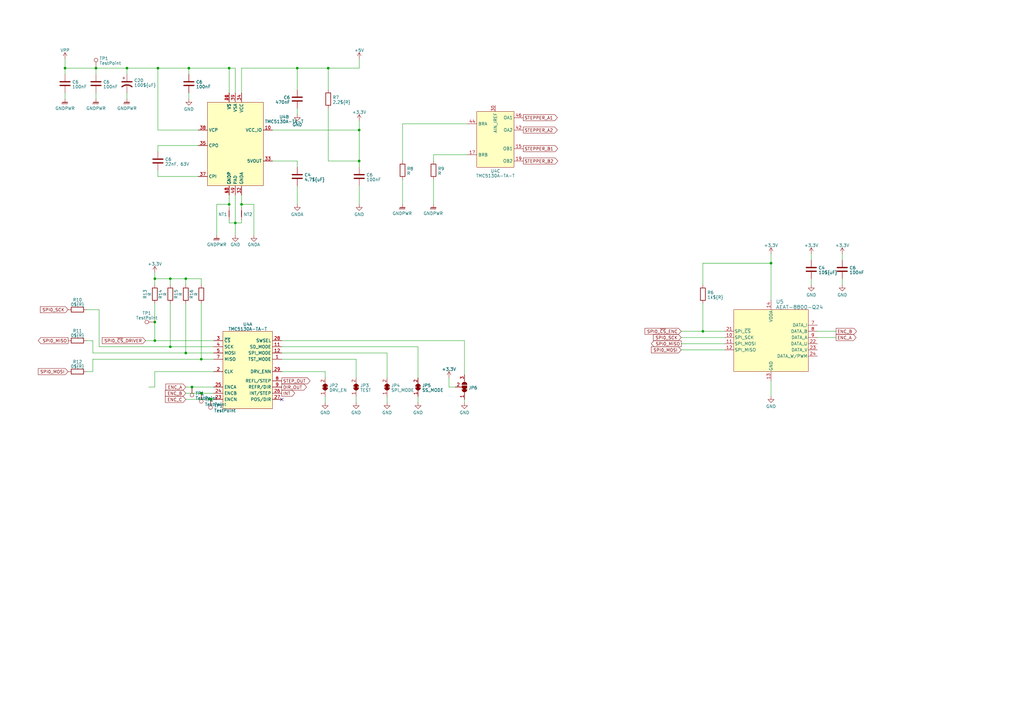
<source format=kicad_sch>
(kicad_sch (version 20230121) (generator eeschema)
  (paper "A3")
  (lib_symbols
    (symbol "0.Project:AEAT-8800-Q24" (pin_names (offset 0.254))
      (property "Reference" "U" (at 0 0 0))
      (property "Value" "AEAT-8800-Q24" (at 0 0 0))
      (symbol "AEAT-8800-Q24_0_1"
        (pin no_connect line (at -6.35 -16.51 90) (length 3.81) hide (name "NC") (number "1"))
        (pin no_connect line (at -6.35 -16.51 90) (length 3.81) hide (name "NC") (number "15"))
        (pin no_connect line (at -6.35 -16.51 90) (length 3.81) hide (name "NC") (number "16"))
        (pin no_connect line (at -6.35 -16.51 90) (length 3.81) hide (name "NC") (number "17"))
        (pin no_connect line (at -6.35 -16.51 90) (length 3.81) hide (name "NC") (number "18"))
        (pin power_in line (at 0 16.51 270) (length 3.81) hide (name "VDDA") (number "19"))
        (pin no_connect line (at -6.35 -16.51 90) (length 3.81) hide (name "NC") (number "2"))
        (pin power_out line (at 0 -16.51 90) (length 3.81) hide (name "GND") (number "20"))
        (pin output line (at 19.05 -1.27 180) (length 3.81) (name "DATA_U") (number "22"))
        (pin output line (at 19.05 -3.81 180) (length 3.81) (name "DATA_V") (number "23"))
        (pin output line (at 19.05 -6.35 180) (length 3.81) (name "DATA_W/PWM") (number "24"))
        (pin power_out line (at 0 -16.51 90) (length 3.81) hide (name "GND") (number "25"))
        (pin no_connect line (at -6.35 -16.51 90) (length 3.81) hide (name "NC") (number "3"))
        (pin no_connect line (at -6.35 -16.51 90) (length 3.81) hide (name "NC") (number "4"))
        (pin no_connect line (at -6.35 -16.51 90) (length 3.81) hide (name "NC") (number "5"))
        (pin no_connect line (at -6.35 -16.51 90) (length 3.81) hide (name "NC") (number "6"))
        (pin output line (at 19.05 6.35 180) (length 3.81) (name "DATA_I") (number "7"))
        (pin output line (at 19.05 3.81 180) (length 3.81) (name "DATA_B") (number "8"))
        (pin output line (at 19.05 1.27 180) (length 3.81) (name "DATA_A") (number "9"))
      )
      (symbol "AEAT-8800-Q24_1_1"
        (rectangle (start -15.24 12.7) (end 15.24 -12.7) (fill (type background)))
        (pin input line (at -19.05 1.27 0) (length 3.81) (name "SPI_SCK") (number "10"))
        (pin input line (at -19.05 -1.27 0) (length 3.81) (name "SPI_MOSI") (number "11"))
        (pin output line (at -19.05 -3.81 0) (length 3.81) (name "SPI_MISO") (number "12"))
        (pin power_out line (at 0 -16.51 90) (length 3.81) (name "GND") (number "13"))
        (pin power_in line (at 0 16.51 270) (length 3.81) (name "VDDA") (number "14"))
        (pin input line (at -19.05 3.81 0) (length 3.81) (name "SPI_~{CS}") (number "21"))
      )
    )
    (symbol "Connector.kicad_sym:TestPoint" (pin_numbers hide) (pin_names (offset 0.762) hide)
      (property "Reference" "TP" (at 0 6.858 0))
      (property "Value" "TestPoint" (at 0 5.08 0))
      (symbol "TestPoint_0_1"
        (circle (center 0 3.302) (radius 0.762))
      )
      (symbol "TestPoint_1_1"
        (pin passive line (at 0 0 90) (length 2.54) (name "1") (number "1"))
      )
    )
    (symbol "Device.kicad_sym:C_Polarized_US" (pin_numbers hide) (pin_names (offset 0.254) hide)
      (property "Reference" "C" (at 0.635 2.54 0))
      (property "Value" "C_Polarized_US" (at 0.635 -2.54 0))
      (symbol "C_Polarized_US_0_1"
        (polyline (pts (xy -2.032 0.762) (xy 2.032 0.762)) (stroke (width 0.508)))
        (polyline (pts (xy -1.778 2.286) (xy -0.762 2.286)))
        (polyline (pts (xy -1.27 1.778) (xy -1.27 2.794)))
        (arc (start 2.032 -1.27) (mid 0 -0.5572) (end -2.032 -1.27) (stroke (width 0.508)))
      )
      (symbol "C_Polarized_US_1_1"
        (pin passive line (at 0 3.81 270) (length 2.794) (name "~") (number "1"))
        (pin passive line (at 0 -3.81 90) (length 3.302) (name "~") (number "2"))
      )
    )
    (symbol "Device.kicad_sym:NetTie_2" (pin_numbers hide) (pin_names (offset 0) hide) (in_bom no)
      (property "Reference" "NT" (at 0 1.27 0))
      (property "Value" "NetTie_2" (at 0 -1.27 0))
      (symbol "NetTie_2_0_1"
        (polyline (pts (xy -1.27 0) (xy 1.27 0)) (stroke (width 0.254)))
      )
      (symbol "NetTie_2_1_1"
        (pin passive line (at -2.54 0 0) (length 2.54) (name "1") (number "1"))
        (pin passive line (at 2.54 0 180) (length 2.54) (name "2") (number "2"))
      )
    )
    (symbol "Device.kicad_sym:R" (pin_numbers hide) (pin_names (offset 0))
      (property "Reference" "R" (at 2.032 0 90))
      (property "Value" "R" (at 0 0 90))
      (symbol "R_0_1"
        (rectangle (start -1.016 -2.54) (end 1.016 2.54) (stroke (width 0.254)))
      )
      (symbol "R_1_1"
        (pin passive line (at 0 3.81 270) (length 1.27) (name "~") (number "1"))
        (pin passive line (at 0 -3.81 90) (length 1.27) (name "~") (number "2"))
      )
    )
    (symbol "Device:C" (pin_numbers hide) (pin_names (offset 0.254))
      (property "Reference" "C" (at 0.635 2.54 0))
      (property "Value" "C" (at 0.635 -2.54 0))
      (symbol "C_0_1"
        (polyline (pts (xy -2.032 -0.762) (xy 2.032 -0.762)) (stroke (width 0.508)))
        (polyline (pts (xy -2.032 0.762) (xy 2.032 0.762)) (stroke (width 0.508)))
      )
      (symbol "C_1_1"
        (pin passive line (at 0 3.81 270) (length 2.794) (name "~") (number "1"))
        (pin passive line (at 0 -3.81 90) (length 2.794) (name "~") (number "2"))
      )
    )
    (symbol "Device:R" (pin_numbers hide) (pin_names (offset 0))
      (property "Reference" "R" (at 2.032 0 90))
      (property "Value" "R" (at 0 0 90))
      (symbol "R_0_1"
        (rectangle (start -1.016 -2.54) (end 1.016 2.54) (stroke (width 0.254)))
      )
      (symbol "R_1_1"
        (pin passive line (at 0 3.81 270) (length 1.27) (name "~") (number "1"))
        (pin passive line (at 0 -3.81 90) (length 1.27) (name "~") (number "2"))
      )
    )
    (symbol "Jumper.kicad_sym:SolderJumper_2_Bridged" (pin_names (offset 0) hide)
      (property "Reference" "JP" (at 0 2.032 0))
      (property "Value" "SolderJumper_2_Bridged" (at 0 -2.54 0))
      (symbol "SolderJumper_2_Bridged_0_1"
        (rectangle (start -0.508 0.508) (end 0.508 -0.508) (fill (type outline)))
        (arc (start -0.254 1.016) (mid -1.2656 0) (end -0.254 -1.016))
        (arc (start -0.254 1.016) (mid -1.2656 0) (end -0.254 -1.016) (fill (type outline)))
        (polyline (pts (xy -0.254 1.016) (xy -0.254 -1.016)))
        (polyline (pts (xy 0.254 1.016) (xy 0.254 -1.016)))
        (arc (start 0.254 -1.016) (mid 1.2656 0) (end 0.254 1.016))
        (arc (start 0.254 -1.016) (mid 1.2656 0) (end 0.254 1.016) (fill (type outline)))
      )
      (symbol "SolderJumper_2_Bridged_1_1"
        (pin passive line (at -3.81 0 0) (length 2.54) (name "A") (number "1"))
        (pin passive line (at 3.81 0 180) (length 2.54) (name "B") (number "2"))
      )
    )
    (symbol "Jumper.kicad_sym:SolderJumper_3_Bridged12" (pin_names (offset 0) hide)
      (property "Reference" "JP" (at -2.54 -2.54 0))
      (property "Value" "SolderJumper_3_Bridged12" (at 0 2.794 0))
      (symbol "SolderJumper_3_Bridged12_0_1"
        (rectangle (start -1.016 0.508) (end -0.508 -0.508) (fill (type outline)))
        (arc (start -1.016 1.016) (mid -2.0276 0) (end -1.016 -1.016))
        (arc (start -1.016 1.016) (mid -2.0276 0) (end -1.016 -1.016) (fill (type outline)))
        (rectangle (start -0.508 1.016) (end 0.508 -1.016) (fill (type outline)))
        (polyline (pts (xy -2.54 0) (xy -2.032 0)))
        (polyline (pts (xy -1.016 1.016) (xy -1.016 -1.016)))
        (polyline (pts (xy 0 -1.27) (xy 0 -1.016)))
        (polyline (pts (xy 1.016 1.016) (xy 1.016 -1.016)))
        (polyline (pts (xy 2.54 0) (xy 2.032 0)))
        (arc (start 1.016 -1.016) (mid 2.0276 0) (end 1.016 1.016))
        (arc (start 1.016 -1.016) (mid 2.0276 0) (end 1.016 1.016) (fill (type outline)))
      )
      (symbol "SolderJumper_3_Bridged12_1_1"
        (pin passive line (at -5.08 0 0) (length 2.54) (name "A") (number "1"))
        (pin passive line (at 0 -3.81 90) (length 2.54) (name "C") (number "2"))
        (pin passive line (at 5.08 0 180) (length 2.54) (name "B") (number "3"))
      )
    )
    (symbol "TMC5130A-TA-T_1"
      (property "Reference" "U" (at 0 0 0))
      (property "Value" "TMC5130A-TA-T" (at 0 0 0))
      (symbol "TMC5130A-TA-T_1_1_1"
        (rectangle (start -10.16 16.51) (end 10.16 -15.24) (fill (type background)))
        (pin input line (at 13.97 5.08 180) (length 3.81) (name "TST_MODE") (number "1"))
        (pin passive line (at 13.97 10.16 180) (length 3.81) (name "SD_MODE") (number "11"))
        (pin passive line (at 13.97 7.62 180) (length 3.81) (name "SPI_MODE") (number "12"))
        (pin no_connect line (at 0 -19.05 90) (length 3.81) hide (name "NC") (number "14"))
        (pin no_connect line (at 0 -19.05 90) (length 3.81) hide (name "NC") (number "16"))
        (pin no_connect line (at 0 -19.05 90) (length 3.81) hide (name "NC") (number "18"))
        (pin input line (at -13.97 0 0) (length 3.81) (name "CLK") (number "2"))
        (pin no_connect line (at 0 -19.05 90) (length 3.81) hide (name "NC") (number "20"))
        (pin no_connect line (at 0 -19.05 90) (length 3.81) hide (name "NC") (number "22"))
        (pin bidirectional line (at -13.97 -11.43 0) (length 3.81) (name "ENCN") (number "23"))
        (pin input line (at -13.97 -8.89 0) (length 3.81) (name "ENCB") (number "24"))
        (pin input line (at -13.97 -6.35 0) (length 3.81) (name "ENCA") (number "25"))
        (pin bidirectional line (at 13.97 -8.89 180) (length 3.81) (name "INT/STEP") (number "26"))
        (pin bidirectional line (at 13.97 -11.43 180) (length 3.81) (name "POS/DIR") (number "27"))
        (pin passive line (at 13.97 12.7 180) (length 3.81) (name "SWSEL") (number "28"))
        (pin passive line (at 13.97 0 180) (length 3.81) (name "DRV_ENN") (number "29"))
        (pin input line (at -13.97 12.7 0) (length 3.81) (name "~{CS}") (number "3"))
        (pin no_connect line (at 0 -19.05 90) (length 3.81) hide (name "NC") (number "31"))
        (pin no_connect line (at 0 -19.05 90) (length 3.81) hide (name "NC") (number "36"))
        (pin input line (at -13.97 10.16 0) (length 3.81) (name "SCK") (number "4"))
        (pin no_connect line (at 0 -19.05 90) (length 3.81) hide (name "NC") (number "41"))
        (pin no_connect line (at 0 -19.05 90) (length 3.81) hide (name "NC") (number "43"))
        (pin no_connect line (at 0 -19.05 90) (length 3.81) hide (name "NC") (number "45"))
        (pin no_connect line (at 0 -19.05 90) (length 3.81) hide (name "NC") (number "47"))
        (pin input line (at -13.97 7.62 0) (length 3.81) (name "MOSI") (number "5"))
        (pin no_connect line (at 0 -19.05 90) (length 3.81) hide (name "NC") (number "6"))
        (pin output line (at -13.97 5.08 0) (length 3.81) (name "MISO") (number "7"))
        (pin input line (at 13.97 -3.81 180) (length 3.81) (name "REFL/STEP") (number "8"))
        (pin input line (at 13.97 -6.35 180) (length 3.81) (name "REFR/DIR") (number "9"))
      )
      (symbol "TMC5130A-TA-T_1_2_1"
        (rectangle (start -11.43 17.78) (end 11.43 -13.97) (fill (type background)))
        (pin power_in line (at 15.24 10.16 180) (length 3.81) (name "VCC_IO") (number "10"))
        (pin power_in line (at -2.54 -17.78 90) (length 3.81) (name "GNDP") (number "13"))
        (pin power_in line (at -2.54 21.59 270) (length 3.81) (name "VS") (number "21"))
        (pin power_in line (at 2.54 -17.78 90) (length 3.81) (name "GNDA") (number "32"))
        (pin passive line (at 15.24 3.81 180) (length 3.81) (name "5VOUT") (number "33"))
        (pin power_in line (at 2.54 21.59 270) (length 3.81) (name "VCC") (number "34"))
        (pin passive line (at -15.24 3.81 0) (length 3.81) (name "CPO") (number "35"))
        (pin passive line (at -15.24 -8.89 0) (length 3.81) (name "CPI") (number "37"))
        (pin passive line (at -15.24 10.16 0) (length 3.81) (name "VCP") (number "38"))
        (pin power_out line (at 0 21.59 270) (length 3.81) (name "VSA") (number "39"))
        (pin power_in line (at -2.54 21.59 270) (length 3.81) (name "VS") (number "40"))
        (pin power_in line (at -2.54 -17.78 90) (length 3.81) (name "GNDP") (number "48"))
        (pin power_in line (at 0 -17.78 90) (length 3.81) (name "PAD") (number "49"))
      )
      (symbol "TMC5130A-TA-T_1_3_1"
        (rectangle (start -7.62 11.43) (end 7.62 -11.43) (fill (type background)))
        (pin output line (at 11.43 -3.81 180) (length 3.81) (name "OB1") (number "15"))
        (pin passive line (at -11.43 -6.35 0) (length 3.81) (name "BRB") (number "17"))
        (pin output line (at 11.43 -8.89 180) (length 3.81) (name "OB2") (number "19"))
        (pin output line (at 11.43 3.81 180) (length 3.81) (name "OA2") (number "42"))
        (pin passive line (at -11.43 6.35 0) (length 3.81) (name "BRA") (number "44"))
        (pin output line (at 11.43 8.89 180) (length 3.81) (name "OA1") (number "46"))
      )
    )
    (symbol "TMC5130A-TA-T_2"
      (property "Reference" "U" (at 0 0 0))
      (property "Value" "TMC5130A-TA-T" (at 0 0 0))
      (symbol "TMC5130A-TA-T_2_1_1"
        (rectangle (start -10.16 16.51) (end 10.16 -15.24) (fill (type background)))
        (pin input line (at 13.97 5.08 180) (length 3.81) (name "TST_MODE") (number "1"))
        (pin passive line (at 13.97 10.16 180) (length 3.81) (name "SD_MODE") (number "11"))
        (pin passive line (at 13.97 7.62 180) (length 3.81) (name "SPI_MODE") (number "12"))
        (pin no_connect line (at 0 -19.05 90) (length 3.81) hide (name "NC") (number "14"))
        (pin no_connect line (at 0 -19.05 90) (length 3.81) hide (name "NC") (number "16"))
        (pin no_connect line (at 0 -19.05 90) (length 3.81) hide (name "NC") (number "18"))
        (pin input line (at -13.97 0 0) (length 3.81) (name "CLK") (number "2"))
        (pin no_connect line (at 0 -19.05 90) (length 3.81) hide (name "NC") (number "20"))
        (pin no_connect line (at 0 -19.05 90) (length 3.81) hide (name "NC") (number "22"))
        (pin bidirectional line (at -13.97 -11.43 0) (length 3.81) (name "ENCN") (number "23"))
        (pin input line (at -13.97 -8.89 0) (length 3.81) (name "ENCB") (number "24"))
        (pin input line (at -13.97 -6.35 0) (length 3.81) (name "ENCA") (number "25"))
        (pin bidirectional line (at 13.97 -8.89 180) (length 3.81) (name "INT/STEP") (number "26"))
        (pin bidirectional line (at 13.97 -11.43 180) (length 3.81) (name "POS/DIR") (number "27"))
        (pin passive line (at 13.97 12.7 180) (length 3.81) (name "SWSEL") (number "28"))
        (pin passive line (at 13.97 0 180) (length 3.81) (name "DRV_ENN") (number "29"))
        (pin input line (at -13.97 12.7 0) (length 3.81) (name "~{CS}") (number "3"))
        (pin no_connect line (at 0 -19.05 90) (length 3.81) hide (name "NC") (number "31"))
        (pin no_connect line (at 0 -19.05 90) (length 3.81) hide (name "NC") (number "36"))
        (pin input line (at -13.97 10.16 0) (length 3.81) (name "SCK") (number "4"))
        (pin no_connect line (at 0 -19.05 90) (length 3.81) hide (name "NC") (number "41"))
        (pin no_connect line (at 0 -19.05 90) (length 3.81) hide (name "NC") (number "43"))
        (pin no_connect line (at 0 -19.05 90) (length 3.81) hide (name "NC") (number "45"))
        (pin no_connect line (at 0 -19.05 90) (length 3.81) hide (name "NC") (number "47"))
        (pin input line (at -13.97 7.62 0) (length 3.81) (name "MOSI") (number "5"))
        (pin no_connect line (at 0 -19.05 90) (length 3.81) hide (name "NC") (number "6"))
        (pin output line (at -13.97 5.08 0) (length 3.81) (name "MISO") (number "7"))
        (pin input line (at 13.97 -3.81 180) (length 3.81) (name "REFL/STEP") (number "8"))
        (pin input line (at 13.97 -6.35 180) (length 3.81) (name "REFR/DIR") (number "9"))
      )
      (symbol "TMC5130A-TA-T_2_2_1"
        (rectangle (start -11.43 17.78) (end 11.43 -16.51) (fill (type background)))
        (pin power_in line (at 15.24 6.35 180) (length 3.81) (name "VCC_IO") (number "10"))
        (pin power_in line (at -2.54 -20.32 90) (length 3.81) (name "GNDP") (number "13"))
        (pin power_in line (at -2.54 21.59 270) (length 3.81) (name "VS") (number "21"))
        (pin power_in line (at 2.54 -20.32 90) (length 3.81) (name "GNDA") (number "32"))
        (pin passive line (at 15.24 -6.35 180) (length 3.81) (name "5VOUT") (number "33"))
        (pin power_in line (at 2.54 21.59 270) (length 3.81) (name "VCC") (number "34"))
        (pin passive line (at -15.24 0 0) (length 3.81) (name "CPO") (number "35"))
        (pin passive line (at -15.24 -12.7 0) (length 3.81) (name "CPI") (number "37"))
        (pin passive line (at -15.24 6.35 0) (length 3.81) (name "VCP") (number "38"))
        (pin power_out line (at 0 21.59 270) (length 3.81) (name "VSA") (number "39"))
        (pin power_in line (at -2.54 21.59 270) (length 3.81) (name "VS") (number "40"))
        (pin power_in line (at -2.54 -20.32 90) (length 3.81) (name "GNDP") (number "48"))
        (pin power_in line (at 0 -20.32 90) (length 3.81) (name "PAD") (number "49"))
      )
      (symbol "TMC5130A-TA-T_2_3_0"
        (pin input line (at 0 13.97 270) (length 2.54) (name "AIN_IREF") (number "30"))
      )
      (symbol "TMC5130A-TA-T_2_3_1"
        (rectangle (start -7.62 11.43) (end 7.62 -11.43) (fill (type background)))
        (pin output line (at 11.43 -3.81 180) (length 3.81) (name "OB1") (number "15"))
        (pin passive line (at -11.43 -6.35 0) (length 3.81) (name "BRB") (number "17"))
        (pin output line (at 11.43 -8.89 180) (length 3.81) (name "OB2") (number "19"))
        (pin output line (at 11.43 3.81 180) (length 3.81) (name "OA2") (number "42"))
        (pin passive line (at -11.43 6.35 0) (length 3.81) (name "BRA") (number "44"))
        (pin output line (at 11.43 8.89 180) (length 3.81) (name "OA1") (number "46"))
      )
    )
    (symbol "power.kicad_sym:+3.3V" (power) (pin_names (offset 0))
      (property "Value" "+3.3V" (at 0 3.556 0))
      (symbol "+3.3V_0_1"
        (polyline (pts (xy -0.762 1.27) (xy 0 2.54)))
        (polyline (pts (xy 0 0) (xy 0 2.54)))
        (polyline (pts (xy 0 2.54) (xy 0.762 1.27)))
      )
      (symbol "+3.3V_1_1"
        (pin power_in line (at 0 0 90) (length 0) hide (name "+3.3V") (number "1"))
      )
    )
    (symbol "power.kicad_sym:+5V" (power) (pin_names (offset 0))
      (property "Value" "+5V" (at 0 3.556 0))
      (symbol "+5V_0_1"
        (polyline (pts (xy -0.762 1.27) (xy 0 2.54)))
        (polyline (pts (xy 0 0) (xy 0 2.54)))
        (polyline (pts (xy 0 2.54) (xy 0.762 1.27)))
      )
      (symbol "+5V_1_1"
        (pin power_in line (at 0 0 90) (length 0) hide (name "+5V") (number "1"))
      )
    )
    (symbol "power.kicad_sym:GND" (power) (pin_names (offset 0))
      (property "Value" "GND" (at 0 -3.81 0))
      (symbol "GND_0_1"
        (polyline (pts (xy 0 0) (xy 0 -1.27) (xy 1.27 -1.27) (xy 0 -2.54) (xy -1.27 -1.27) (xy 0 -1.27)))
      )
      (symbol "GND_1_1"
        (pin power_in line (at 0 0 270) (length 0) hide (name "GND") (number "1"))
      )
    )
    (symbol "power.kicad_sym:GNDA" (power) (pin_names (offset 0))
      (property "Value" "GNDA" (at 0 -3.81 0))
      (symbol "GNDA_0_1"
        (polyline (pts (xy 0 0) (xy 0 -1.27) (xy 1.27 -1.27) (xy 0 -2.54) (xy -1.27 -1.27) (xy 0 -1.27)))
      )
      (symbol "GNDA_1_1"
        (pin power_in line (at 0 0 270) (length 0) hide (name "GNDA") (number "1"))
      )
    )
    (symbol "power.kicad_sym:GNDPWR" (power) (pin_names (offset 0))
      (property "Value" "GNDPWR" (at 0 -3.302 0))
      (symbol "GNDPWR_0_1"
        (polyline (pts (xy 0 -1.27) (xy 0 0)))
        (polyline (pts (xy -1.016 -1.27) (xy -1.27 -2.032) (xy -1.27 -2.032)) (stroke (width 0.2032)))
        (polyline (pts (xy -0.508 -1.27) (xy -0.762 -2.032) (xy -0.762 -2.032)) (stroke (width 0.2032)))
        (polyline (pts (xy 0 -1.27) (xy -0.254 -2.032) (xy -0.254 -2.032)) (stroke (width 0.2032)))
        (polyline (pts (xy 0.508 -1.27) (xy 0.254 -2.032) (xy 0.254 -2.032)) (stroke (width 0.2032)))
        (polyline (pts (xy 1.016 -1.27) (xy -1.016 -1.27) (xy -1.016 -1.27)) (stroke (width 0.2032)))
        (polyline (pts (xy 1.016 -1.27) (xy 0.762 -2.032) (xy 0.762 -2.032) (xy 0.762 -2.032)) (stroke (width 0.2032)))
      )
      (symbol "GNDPWR_1_1"
        (pin power_in line (at 0 0 270) (length 0) hide (name "GNDPWR") (number "1"))
      )
    )
    (symbol "power.kicad_sym:VPP" (power) (pin_names (offset 0))
      (property "Value" "VPP" (at 0 3.81 0))
      (symbol "VPP_0_1"
        (polyline (pts (xy -0.762 1.27) (xy 0 2.54)))
        (polyline (pts (xy 0 0) (xy 0 2.54)))
        (polyline (pts (xy 0 2.54) (xy 0.762 1.27)))
      )
      (symbol "VPP_1_1"
        (pin power_in line (at 0 0 90) (length 0) hide (name "VPP") (number "1"))
      )
    )
    (symbol "power:+3.3V" (power) (pin_names (offset 0))
      (property "Value" "+3.3V" (at 0 3.556 0))
      (symbol "+3.3V_0_1"
        (polyline (pts (xy -0.762 1.27) (xy 0 2.54)))
        (polyline (pts (xy 0 0) (xy 0 2.54)))
        (polyline (pts (xy 0 2.54) (xy 0.762 1.27)))
      )
      (symbol "+3.3V_1_1"
        (pin power_in line (at 0 0 90) (length 0) hide (name "+3.3V") (number "1"))
      )
    )
    (symbol "power:GND" (power) (pin_names (offset 0))
      (property "Value" "GND" (at 0 -3.81 0))
      (symbol "GND_0_1"
        (polyline (pts (xy 0 0) (xy 0 -1.27) (xy 1.27 -1.27) (xy 0 -2.54) (xy -1.27 -1.27) (xy 0 -1.27)))
      )
      (symbol "GND_1_1"
        (pin power_in line (at 0 0 270) (length 0) hide (name "GND") (number "1"))
      )
    )
    (symbol "trinamic.lib:TMC5130A-TA-T"
      (property "Reference" "U" (at 0 0 0))
      (property "Value" "TMC5130A-TA-T" (at 0 0 0))
      (symbol "TMC5130A-TA-T_1_1"
        (rectangle (start -10.16 16.51) (end 10.16 -15.24) (fill (type background)))
        (pin input line (at 13.97 5.08 180) (length 3.81) (name "TST_MODE") (number "1"))
        (pin passive line (at 13.97 10.16 180) (length 3.81) (name "SD_MODE") (number "11"))
        (pin passive line (at 13.97 7.62 180) (length 3.81) (name "SPI_MODE") (number "12"))
        (pin no_connect line (at 0 -19.05 90) (length 3.81) hide (name "NC") (number "14"))
        (pin no_connect line (at 0 -19.05 90) (length 3.81) hide (name "NC") (number "16"))
        (pin no_connect line (at 0 -19.05 90) (length 3.81) hide (name "NC") (number "18"))
        (pin input line (at -13.97 0 0) (length 3.81) (name "CLK") (number "2"))
        (pin no_connect line (at 0 -19.05 90) (length 3.81) hide (name "NC") (number "20"))
        (pin no_connect line (at 0 -19.05 90) (length 3.81) hide (name "NC") (number "22"))
        (pin bidirectional line (at -13.97 -11.43 0) (length 3.81) (name "ENCN") (number "23"))
        (pin input line (at -13.97 -8.89 0) (length 3.81) (name "ENCB") (number "24"))
        (pin input line (at -13.97 -6.35 0) (length 3.81) (name "ENCA") (number "25"))
        (pin bidirectional line (at 13.97 -8.89 180) (length 3.81) (name "INT/STEP") (number "26"))
        (pin bidirectional line (at 13.97 -11.43 180) (length 3.81) (name "POS/DIR") (number "27"))
        (pin passive line (at 13.97 12.7 180) (length 3.81) (name "SWSEL") (number "28"))
        (pin passive line (at 13.97 0 180) (length 3.81) (name "DRV_ENN") (number "29"))
        (pin input line (at -13.97 12.7 0) (length 3.81) (name "~{CS}") (number "3"))
        (pin no_connect line (at 0 -19.05 90) (length 3.81) hide (name "NC") (number "31"))
        (pin no_connect line (at 0 -19.05 90) (length 3.81) hide (name "NC") (number "36"))
        (pin input line (at -13.97 10.16 0) (length 3.81) (name "SCK") (number "4"))
        (pin no_connect line (at 0 -19.05 90) (length 3.81) hide (name "NC") (number "41"))
        (pin no_connect line (at 0 -19.05 90) (length 3.81) hide (name "NC") (number "43"))
        (pin no_connect line (at 0 -19.05 90) (length 3.81) hide (name "NC") (number "45"))
        (pin no_connect line (at 0 -19.05 90) (length 3.81) hide (name "NC") (number "47"))
        (pin input line (at -13.97 7.62 0) (length 3.81) (name "MOSI") (number "5"))
        (pin no_connect line (at 0 -19.05 90) (length 3.81) hide (name "NC") (number "6"))
        (pin output line (at -13.97 5.08 0) (length 3.81) (name "MISO") (number "7"))
        (pin input line (at 13.97 -3.81 180) (length 3.81) (name "REFL/STEP") (number "8"))
        (pin input line (at 13.97 -6.35 180) (length 3.81) (name "REFR/DIR") (number "9"))
      )
      (symbol "TMC5130A-TA-T_2_1"
        (rectangle (start -11.43 17.78) (end 11.43 -16.51) (fill (type background)))
        (pin power_in line (at 15.24 6.35 180) (length 3.81) (name "VCC_IO") (number "10"))
        (pin power_in line (at -2.54 -20.32 90) (length 3.81) (name "GNDP") (number "13"))
        (pin power_in line (at -2.54 21.59 270) (length 3.81) (name "VS") (number "21"))
        (pin power_in line (at 2.54 -20.32 90) (length 3.81) (name "GNDA") (number "32"))
        (pin passive line (at 15.24 -6.35 180) (length 3.81) (name "5VOUT") (number "33"))
        (pin power_in line (at 2.54 21.59 270) (length 3.81) (name "VCC") (number "34"))
        (pin passive line (at -15.24 0 0) (length 3.81) (name "CPO") (number "35"))
        (pin passive line (at -15.24 -12.7 0) (length 3.81) (name "CPI") (number "37"))
        (pin passive line (at -15.24 6.35 0) (length 3.81) (name "VCP") (number "38"))
        (pin power_out line (at 0 21.59 270) (length 3.81) (name "VSA") (number "39"))
        (pin power_in line (at -2.54 21.59 270) (length 3.81) (name "VS") (number "40"))
        (pin power_in line (at -2.54 -20.32 90) (length 3.81) (name "GNDP") (number "48"))
        (pin power_in line (at 0 -20.32 90) (length 3.81) (name "PAD") (number "49"))
      )
      (symbol "TMC5130A-TA-T_3_1"
        (rectangle (start -7.62 11.43) (end 7.62 -11.43) (fill (type background)))
        (pin output line (at 11.43 -3.81 180) (length 3.81) (name "OB1") (number "15"))
        (pin passive line (at -11.43 -6.35 0) (length 3.81) (name "BRB") (number "17"))
        (pin output line (at 11.43 -8.89 180) (length 3.81) (name "OB2") (number "19"))
        (pin output line (at 11.43 3.81 180) (length 3.81) (name "OA2") (number "42"))
        (pin passive line (at -11.43 6.35 0) (length 3.81) (name "BRA") (number "44"))
        (pin output line (at 11.43 8.89 180) (length 3.81) (name "OA1") (number "46"))
      )
    )
  )
  (junction (at 63.5 114.3))
  (junction (at 99.06 83.82))
  (junction (at 64.77 27.94))
  (junction (at 78.74 158.75))
  (junction (at 93.98 83.82))
  (junction (at 63.5 132.08))
  (junction (at 93.98 27.94))
  (junction (at 86.36 163.83))
  (junction (at 76.2 144.78))
  (junction (at 82.55 161.29))
  (junction (at 26.67 27.94))
  (junction (at 69.85 114.3))
  (junction (at 52.07 27.94))
  (junction (at 63.5 139.7))
  (junction (at 121.92 27.94))
  (junction (at 288.29 135.89))
  (junction (at 316.23 107.95))
  (junction (at 76.2 114.3))
  (junction (at 82.55 147.32))
  (junction (at 134.62 27.94))
  (junction (at 39.37 27.94))
  (junction (at 77.47 27.94))
  (junction (at 147.32 66.04))
  (junction (at 69.85 142.24))
  (junction (at 96.52 91.44))
  (junction (at 147.32 53.34))
  (no_connect (at 115.57 163.83))
  (wire (pts (xy 288.29 135.89) (xy 297.18 135.89)))
  (wire (pts (xy 121.92 27.94) (xy 134.62 27.94)))
  (wire (pts (xy 64.77 59.69) (xy 81.28 59.69)))
  (wire (pts (xy 147.32 24.13) (xy 147.32 27.94)))
  (wire (pts (xy 115.57 147.32) (xy 146.05 147.32)))
  (wire (pts (xy 26.67 24.13) (xy 26.67 27.94)))
  (wire (pts (xy 115.57 139.7) (xy 190.5 139.7)))
  (wire (pts (xy 99.06 83.82) (xy 99.06 85.09)))
  (wire (pts (xy 76.2 124.46) (xy 76.2 144.78)))
  (wire (pts (xy 64.77 59.69) (xy 64.77 62.23)))
  (wire (pts (xy 134.62 66.04) (xy 134.62 44.45)))
  (wire (pts (xy 121.92 66.04) (xy 121.92 68.58)))
  (wire (pts (xy 288.29 124.46) (xy 288.29 135.89)))
  (wire (pts (xy 158.75 162.56) (xy 158.75 165.1)))
  (wire (pts (xy 40.64 142.24) (xy 69.85 142.24)))
  (wire (pts (xy 111.76 66.04) (xy 121.92 66.04)))
  (wire (pts (xy 147.32 83.82) (xy 147.32 76.2)))
  (wire (pts (xy 26.67 27.94) (xy 26.67 30.48)))
  (wire (pts (xy 38.1 152.4) (xy 35.56 152.4)))
  (wire (pts (xy 63.5 111.76) (xy 63.5 114.3)))
  (wire (pts (xy 288.29 116.84) (xy 288.29 107.95)))
  (wire (pts (xy 60.96 158.75) (xy 63.5 158.75)))
  (wire (pts (xy 93.98 80.01) (xy 93.98 83.82)))
  (wire (pts (xy 81.28 53.34) (xy 64.77 53.34)))
  (wire (pts (xy 64.77 69.85) (xy 64.77 72.39)))
  (wire (pts (xy 78.74 158.75) (xy 87.63 158.75)))
  (wire (pts (xy 69.85 116.84) (xy 69.85 114.3)))
  (wire (pts (xy 190.5 165.1) (xy 190.5 163.83)))
  (wire (pts (xy 93.98 90.17) (xy 93.98 91.44)))
  (wire (pts (xy 115.57 142.24) (xy 171.45 142.24)))
  (wire (pts (xy 121.92 44.45) (xy 121.92 46.99)))
  (wire (pts (xy 52.07 38.1) (xy 52.07 40.64)))
  (wire (pts (xy 77.47 27.94) (xy 77.47 30.48)))
  (wire (pts (xy 99.06 27.94) (xy 121.92 27.94)))
  (wire (pts (xy 134.62 27.94) (xy 147.32 27.94)))
  (wire (pts (xy 39.37 27.94) (xy 39.37 30.48)))
  (wire (pts (xy 52.07 27.94) (xy 64.77 27.94)))
  (wire (pts (xy 93.98 83.82) (xy 88.9 83.82)))
  (wire (pts (xy 345.44 106.68) (xy 345.44 104.14)))
  (wire (pts (xy 191.77 63.5) (xy 177.8 63.5)))
  (wire (pts (xy 96.52 91.44) (xy 99.06 91.44)))
  (wire (pts (xy 96.52 91.44) (xy 96.52 96.52)))
  (wire (pts (xy 342.9 138.43) (xy 335.28 138.43)))
  (wire (pts (xy 147.32 49.53) (xy 147.32 53.34)))
  (wire (pts (xy 165.1 50.8) (xy 191.77 50.8)))
  (wire (pts (xy 147.32 66.04) (xy 147.32 68.58)))
  (wire (pts (xy 76.2 144.78) (xy 87.63 144.78)))
  (wire (pts (xy 59.69 139.7) (xy 63.5 139.7)))
  (wire (pts (xy 342.9 135.89) (xy 335.28 135.89)))
  (wire (pts (xy 82.55 124.46) (xy 82.55 147.32)))
  (wire (pts (xy 158.75 144.78) (xy 158.75 154.94)))
  (wire (pts (xy 38.1 147.32) (xy 38.1 152.4)))
  (wire (pts (xy 64.77 27.94) (xy 64.77 53.34)))
  (wire (pts (xy 76.2 163.83) (xy 86.36 163.83)))
  (wire (pts (xy 133.35 162.56) (xy 133.35 165.1)))
  (wire (pts (xy 279.4 143.51) (xy 297.18 143.51)))
  (wire (pts (xy 26.67 27.94) (xy 39.37 27.94)))
  (wire (pts (xy 316.23 107.95) (xy 316.23 123.19)))
  (wire (pts (xy 82.55 147.32) (xy 87.63 147.32)))
  (wire (pts (xy 133.35 152.4) (xy 133.35 154.94)))
  (wire (pts (xy 63.5 132.08) (xy 63.5 139.7)))
  (wire (pts (xy 63.5 139.7) (xy 87.63 139.7)))
  (wire (pts (xy 146.05 147.32) (xy 146.05 154.94)))
  (wire (pts (xy 96.52 80.01) (xy 96.52 91.44)))
  (wire (pts (xy 93.98 27.94) (xy 96.52 27.94)))
  (wire (pts (xy 190.5 139.7) (xy 190.5 153.67)))
  (wire (pts (xy 93.98 83.82) (xy 93.98 85.09)))
  (wire (pts (xy 93.98 91.44) (xy 96.52 91.44)))
  (wire (pts (xy 121.92 76.2) (xy 121.92 83.82)))
  (wire (pts (xy 99.06 90.17) (xy 99.06 91.44)))
  (wire (pts (xy 345.44 114.3) (xy 345.44 116.84)))
  (wire (pts (xy 38.1 139.7) (xy 35.56 139.7)))
  (wire (pts (xy 279.4 140.97) (xy 297.18 140.97)))
  (wire (pts (xy 93.98 27.94) (xy 93.98 38.1)))
  (wire (pts (xy 121.92 27.94) (xy 121.92 36.83)))
  (wire (pts (xy 134.62 66.04) (xy 147.32 66.04)))
  (wire (pts (xy 332.74 114.3) (xy 332.74 116.84)))
  (wire (pts (xy 115.57 144.78) (xy 158.75 144.78)))
  (wire (pts (xy 69.85 124.46) (xy 69.85 142.24)))
  (wire (pts (xy 99.06 80.01) (xy 99.06 83.82)))
  (wire (pts (xy 40.64 142.24) (xy 40.64 127)))
  (wire (pts (xy 76.2 114.3) (xy 76.2 116.84)))
  (wire (pts (xy 171.45 162.56) (xy 171.45 165.1)))
  (wire (pts (xy 184.15 158.75) (xy 184.15 154.94)))
  (wire (pts (xy 165.1 50.8) (xy 165.1 66.04)))
  (wire (pts (xy 63.5 114.3) (xy 63.5 116.84)))
  (wire (pts (xy 279.4 135.89) (xy 288.29 135.89)))
  (wire (pts (xy 332.74 106.68) (xy 332.74 104.14)))
  (wire (pts (xy 316.23 156.21) (xy 316.23 162.56)))
  (wire (pts (xy 69.85 142.24) (xy 87.63 142.24)))
  (wire (pts (xy 88.9 83.82) (xy 88.9 96.52)))
  (wire (pts (xy 77.47 27.94) (xy 93.98 27.94)))
  (wire (pts (xy 82.55 114.3) (xy 82.55 116.84)))
  (wire (pts (xy 77.47 38.1) (xy 77.47 40.64)))
  (wire (pts (xy 63.5 152.4) (xy 63.5 158.75)))
  (wire (pts (xy 52.07 27.94) (xy 52.07 30.48)))
  (wire (pts (xy 288.29 107.95) (xy 316.23 107.95)))
  (wire (pts (xy 96.52 27.94) (xy 96.52 38.1)))
  (wire (pts (xy 76.2 161.29) (xy 82.55 161.29)))
  (wire (pts (xy 82.55 161.29) (xy 87.63 161.29)))
  (wire (pts (xy 146.05 162.56) (xy 146.05 165.1)))
  (wire (pts (xy 177.8 63.5) (xy 177.8 66.04)))
  (wire (pts (xy 26.67 38.1) (xy 26.67 40.64)))
  (wire (pts (xy 279.4 138.43) (xy 297.18 138.43)))
  (wire (pts (xy 76.2 158.75) (xy 78.74 158.75)))
  (wire (pts (xy 38.1 147.32) (xy 82.55 147.32)))
  (wire (pts (xy 171.45 142.24) (xy 171.45 154.94)))
  (wire (pts (xy 99.06 27.94) (xy 99.06 38.1)))
  (wire (pts (xy 69.85 114.3) (xy 76.2 114.3)))
  (wire (pts (xy 104.14 83.82) (xy 104.14 96.52)))
  (wire (pts (xy 76.2 114.3) (xy 82.55 114.3)))
  (wire (pts (xy 165.1 73.66) (xy 165.1 83.82)))
  (wire (pts (xy 99.06 83.82) (xy 104.14 83.82)))
  (wire (pts (xy 87.63 152.4) (xy 63.5 152.4)))
  (wire (pts (xy 147.32 53.34) (xy 147.32 66.04)))
  (wire (pts (xy 186.69 158.75) (xy 184.15 158.75)))
  (wire (pts (xy 86.36 163.83) (xy 87.63 163.83)))
  (wire (pts (xy 177.8 73.66) (xy 177.8 83.82)))
  (wire (pts (xy 115.57 152.4) (xy 133.35 152.4)))
  (wire (pts (xy 38.1 144.78) (xy 38.1 139.7)))
  (wire (pts (xy 39.37 38.1) (xy 39.37 40.64)))
  (wire (pts (xy 38.1 144.78) (xy 76.2 144.78)))
  (wire (pts (xy 316.23 104.14) (xy 316.23 107.95)))
  (wire (pts (xy 63.5 124.46) (xy 63.5 132.08)))
  (wire (pts (xy 39.37 27.94) (xy 52.07 27.94)))
  (wire (pts (xy 111.76 53.34) (xy 147.32 53.34)))
  (wire (pts (xy 64.77 72.39) (xy 81.28 72.39)))
  (wire (pts (xy 69.85 114.3) (xy 63.5 114.3)))
  (wire (pts (xy 64.77 27.94) (xy 77.47 27.94)))
  (wire (pts (xy 134.62 27.94) (xy 134.62 36.83)))
  (wire (pts (xy 40.64 127) (xy 35.56 127)))
  (global_label "ENC_A" (shape input) (at 76.2 158.75 180) (property "Intersheetrefs" "${INTERSHEET_REFS}" (effects hide)))
  (global_label "STEPPER_B2" (shape output) (at 214.63 66.04 0) (property "Intersheetrefs" "${INTERSHEET_REFS}" (effects hide)))
  (global_label "INT" (shape output) (at 115.57 161.29 0) (property "Intersheetrefs" "${INTERSHEET_REFS}" (effects hide)))
  (global_label "ENC_C" (shape input) (at 76.2 163.83 180) (property "Intersheetrefs" "${INTERSHEET_REFS}" (effects hide)))
  (global_label "DIR_OUT" (shape output) (at 115.57 158.75 0) (property "Intersheetrefs" "${INTERSHEET_REFS}" (effects hide)))
  (global_label "STEPPER_A1" (shape output) (at 214.63 48.26 0) (property "Intersheetrefs" "${INTERSHEET_REFS}" (effects hide)))
  (global_label "SPI0_MISO" (shape output) (at 279.4 140.97 180) (property "Intersheetrefs" "${INTERSHEET_REFS}" (effects hide)))
  (global_label "SPI0_MOSI" (shape input) (at 27.94 152.4 180) (property "Intersheetrefs" "${INTERSHEET_REFS}" (effects hide)))
  (global_label "SPI0_SCK" (shape input) (at 27.94 127 180) (property "Intersheetrefs" "${INTERSHEET_REFS}" (effects hide)))
  (global_label "STEPPER_A2" (shape output) (at 214.63 53.34 0) (property "Intersheetrefs" "${INTERSHEET_REFS}" (effects hide)))
  (global_label "STEPPER_B1" (shape output) (at 214.63 60.96 0) (property "Intersheetrefs" "${INTERSHEET_REFS}" (effects hide)))
  (global_label "SPI0_MOSI" (shape input) (at 279.4 143.51 180) (property "Intersheetrefs" "${INTERSHEET_REFS}" (effects hide)))
  (global_label "ENC_B" (shape input) (at 76.2 161.29 180) (property "Intersheetrefs" "${INTERSHEET_REFS}" (effects hide)))
  (global_label "SPI0_~{CS}_ENC" (shape input) (at 279.4 135.89 180) (property "Intersheetrefs" "${INTERSHEET_REFS}" (effects hide)))
  (global_label "SPI0_MISO" (shape output) (at 27.94 139.7 180) (property "Intersheetrefs" "${INTERSHEET_REFS}" (effects hide)))
  (global_label "ENC_A" (shape output) (at 342.9 138.43 0) (property "Intersheetrefs" "${INTERSHEET_REFS}" (effects hide)))
  (global_label "STEP_OUT" (shape output) (at 115.57 156.21 0) (property "Intersheetrefs" "${INTERSHEET_REFS}" (effects hide)))
  (global_label "SPI0_SCK" (shape input) (at 279.4 138.43 180) (property "Intersheetrefs" "${INTERSHEET_REFS}" (effects hide)))
  (global_label "ENC_B" (shape output) (at 342.9 135.89 0) (property "Intersheetrefs" "${INTERSHEET_REFS}" (effects hide)))
  (global_label "SPI0_~{CS}_DRIVER" (shape input) (at 59.69 139.7 180) (property "Intersheetrefs" "${INTERSHEET_REFS}" (effects hide)))
  (symbol (lib_id "Device:C") (at 39.37 34.29 0) (unit 1)
    (property "Reference" "C6" (at 42.291 33.6463 0) (effects (justify left)))
    (property "Value" "100nF" (at 42.291 35.5673 0) (effects (justify left)))
    (property "Footprint" "Capacitor_SMD:C_0201_0603Metric" (effects hide))
    (instances (project "dlpSAT" (path "" (reference "C6") (unit 1)) (path "" (reference "C19") (unit 1))))
  )
  (symbol (lib_id "Device:C") (at 345.44 110.49 0) (unit 1)
    (property "Reference" "C6" (at 348.361 109.8463 0) (effects (justify left)))
    (property "Value" "100nF" (at 348.361 111.7673 0) (effects (justify left)))
    (property "Footprint" "Capacitor_SMD:C_0201_0603Metric" (effects hide))
    (instances (project "dlpSAT" (path "" (reference "C6") (unit 1)) (path "" (reference "C17") (unit 1))))
  )
  (symbol (lib_id "Device.kicad_sym:R") (at 177.8 69.85 0) (unit 1)
    (property "Reference" "R9" (at 179.578 69.2063 0) (effects (justify left)))
    (property "Value" "R" (at 179.578 71.1273 0) (effects (justify left)))
    (property "Footprint" "Resistor_SMD:R_1206_3216Metric" (effects hide))
  )
  (symbol (lib_id "Device.kicad_sym:R") (at 69.85 120.65 0) (unit 1)
    (property "Reference" "R14" (at 65.8241 120.65 90))
    (property "Value" "R" (at 67.7451 120.65 90))
  )
  (symbol (lib_id "power.kicad_sym:GND") (at 158.75 165.1 0) (unit 1)
    (property "Reference" "#PWR067" (effects hide))
    (property "Value" "GND" (at 158.75 169.2355 0))
  )
  (symbol (lib_id "power.kicad_sym:+3.3V") (at 147.32 49.53 0) (unit 1)
    (property "Reference" "#PWR059" (effects hide))
    (property "Value" "+3.3V" (at 147.32 46.0281 0))
  )
  (symbol (lib_name "TMC5130A-TA-T_1") (lib_id "trinamic.lib:TMC5130A-TA-T") (at 101.6 152.4 0) (unit 1)
    (property "Reference" "U4" (at 101.6 133.0071 0))
    (property "Value" "TMC5130A-TA-T" (at 101.6 134.9281 0))
    (property "Footprint" "Package_DFN_QFN:QFN-48-1EP_7x7mm_P0.5mm_EP5.3x5.3mm" (effects hide))
    (property "Datasheet" "https://www.trinamic.com/_scripts/download.php?file=_articles%2Fproducts%2Fintegrated-circuits%2Ftmc5130%2F_datasheet%2FTMC5130_datasheet.pdf" (effects hide))
  )
  (symbol (lib_id "power.kicad_sym:GNDPWR") (at 39.37 40.64 0) (unit 1)
    (property "Reference" "#PWR057" (effects hide))
    (property "Value" "GNDPWR" (at 39.37 44.45 0))
  )
  (symbol (lib_id "Jumper.kicad_sym:SolderJumper_2_Bridged") (at 158.75 158.75 90) (unit 1)
    (property "Reference" "JP4" (at 160.401 158.1063 90) (effects (justify right)))
    (property "Value" "SPI_MODE" (at 160.401 160.0273 90) (effects (justify right)))
    (property "Footprint" "Jumper:SolderJumper-2_P1.3mm_Open_Pad1.0x1.5mm" (effects hide))
  )
  (symbol (lib_id "Device.kicad_sym:R") (at 76.2 120.65 0) (unit 1)
    (property "Reference" "R15" (at 72.1741 120.65 90))
    (property "Value" "R" (at 74.0951 120.65 90))
  )
  (symbol (lib_id "Jumper.kicad_sym:SolderJumper_3_Bridged12") (at 190.5 158.75 270) (mirror x) (unit 1)
    (property "Reference" "JP6" (at 192.151 159.0668 90) (effects (justify left)))
    (property "Value" "SolderJumper_3_Bridged12" (effects hide))
  )
  (symbol (lib_id "power.kicad_sym:GND") (at 133.35 165.1 0) (unit 1)
    (property "Reference" "#PWR065" (effects hide))
    (property "Value" "GND" (at 133.35 169.2355 0))
  )
  (symbol (lib_id "Device:C") (at 121.92 72.39 180) (unit 1)
    (property "Reference" "C4" (at 124.841 71.7463 0) (effects (justify right)))
    (property "Value" "4.7${uF}" (at 124.841 73.6673 0) (effects (justify right)))
    (property "Footprint" "Capacitor_SMD:C_0402_1005Metric" (effects hide))
    (instances (project "dlpSAT" (path "" (reference "C4") (unit 1)) (path "" (reference "C24") (unit 1))))
  )
  (symbol (lib_id "power:+3.3V") (at 332.74 104.14 0) (unit 1)
    (property "Reference" "#PWR053" (effects hide))
    (property "Value" "+3.3V" (at 332.74 100.6381 0))
  )
  (symbol (lib_name "TMC5130A-TA-T_2") (lib_id "trinamic.lib:TMC5130A-TA-T") (at 203.2 57.15 0) (unit 3)
    (property "Reference" "U4" (at 203.2 70.1755 0))
    (property "Value" "TMC5130A-TA-T" (at 203.2 72.0965 0))
    (property "Footprint" "Package_DFN_QFN:QFN-48-1EP_7x7mm_P0.5mm_EP5.3x5.3mm" (effects hide))
    (property "Datasheet" "https://www.trinamic.com/_scripts/download.php?file=_articles%2Fproducts%2Fintegrated-circuits%2Ftmc5130%2F_datasheet%2FTMC5130_datasheet.pdf" (effects hide))
  )
  (symbol (lib_id "power.kicad_sym:+3.3V") (at 63.5 111.76 0) (unit 1)
    (property "Reference" "#PWR071" (effects hide))
    (property "Value" "+3.3V" (at 63.5 108.2581 0))
  )
  (symbol (lib_id "Device:C") (at 64.77 66.04 0) (unit 1)
    (property "Reference" "C6" (at 67.691 65.3963 0) (effects (justify left)))
    (property "Value" "22nF, 63V" (at 67.691 67.3173 0) (effects (justify left)))
    (property "Footprint" "Capacitor_SMD:C_0402_1005Metric" (effects hide))
    (instances (project "dlpSAT" (path "" (reference "C6") (unit 1)) (path "" (reference "C21") (unit 1))))
  )
  (symbol (lib_id "power.kicad_sym:GND") (at 121.92 46.99 0) (unit 1)
    (property "Reference" "#PWR061" (effects hide))
    (property "Value" "GND" (at 121.92 51.1255 0))
  )
  (symbol (lib_id "Connector.kicad_sym:TestPoint") (at 39.37 27.94 0) (unit 1)
    (property "Reference" "TP1" (at 40.767 23.9943 0) (effects (justify left)))
    (property "Value" "TestPoint" (at 40.767 25.9153 0) (effects (justify left)))
    (property "Footprint" "TestPoint:TestPoint_Pad_D2.0mm" (effects hide))
    (instances (project "dlpSAT" (path "" (reference "TP1") (unit 1)) (path "" (reference "TP6") (unit 1))))
  )
  (symbol (lib_id "Device.kicad_sym:NetTie_2") (at 93.98 87.63 270) (mirror x) (unit 1) (in_bom no)
    (property "Reference" "NT1" (at 93.218 87.9468 90) (effects (justify right)))
    (property "Value" "NetTie_2" (effects hide))
  )
  (symbol (lib_id "Jumper.kicad_sym:SolderJumper_2_Bridged") (at 133.35 158.75 90) (unit 1)
    (property "Reference" "JP2" (at 135.001 158.1063 90) (effects (justify right)))
    (property "Value" "DRV_EN" (at 135.001 160.0273 90) (effects (justify right)))
    (property "Footprint" "Jumper:SolderJumper-2_P1.3mm_Open_Pad1.0x1.5mm" (effects hide))
  )
  (symbol (lib_id "Device.kicad_sym:R") (at 31.75 139.7 270) (unit 1)
    (property "Reference" "R11" (at 31.75 135.6741 90))
    (property "Value" "0${R}" (at 31.75 137.5951 90))
    (property "Footprint" "Resistor_SMD:R_0201_0603Metric" (effects hide))
  )
  (symbol (lib_id "Device.kicad_sym:NetTie_2") (at 99.06 87.63 90) (unit 1) (in_bom no)
    (property "Reference" "NT2" (at 99.822 87.9468 90) (effects (justify right)))
    (property "Value" "NetTie_2" (effects hide))
  )
  (symbol (lib_id "Device:R") (at 288.29 120.65 0) (unit 1)
    (property "Reference" "R6" (at 290.068 120.0063 0) (effects (justify left)))
    (property "Value" "1k${R}" (at 290.068 121.9273 0) (effects (justify left)))
    (property "Footprint" "Resistor_SMD:R_0402_1005Metric" (effects hide))
  )
  (symbol (lib_id "Device.kicad_sym:R") (at 63.5 120.65 0) (unit 1)
    (property "Reference" "R13" (at 59.4741 120.65 90))
    (property "Value" "R" (at 61.3951 120.65 90))
  )
  (symbol (lib_id "Device.kicad_sym:R") (at 165.1 69.85 0) (unit 1)
    (property "Reference" "R8" (at 166.878 69.2063 0) (effects (justify left)))
    (property "Value" "R" (at 166.878 71.1273 0) (effects (justify left)))
    (property "Footprint" "Resistor_SMD:R_1206_3216Metric" (effects hide))
  )
  (symbol (lib_id "power:GND") (at 345.44 116.84 0) (unit 1)
    (property "Reference" "#PWR051" (effects hide))
    (property "Value" "GND" (at 345.44 120.9755 0))
  )
  (symbol (lib_id "power:+3.3V") (at 316.23 104.14 0) (unit 1)
    (property "Reference" "#PWR049" (effects hide))
    (property "Value" "+3.3V" (at 316.23 100.6381 0))
  )
  (symbol (lib_id "Device.kicad_sym:R") (at 31.75 127 270) (unit 1)
    (property "Reference" "R10" (at 31.75 122.9741 90))
    (property "Value" "0${R}" (at 31.75 124.8951 90))
    (property "Footprint" "Resistor_SMD:R_0201_0603Metric" (effects hide))
  )
  (symbol (lib_id "power.kicad_sym:GNDPWR") (at 52.07 40.64 0) (unit 1)
    (property "Reference" "#PWR064" (effects hide))
    (property "Value" "GNDPWR" (at 52.07 44.45 0))
  )
  (symbol (lib_id "power.kicad_sym:+3.3V") (at 184.15 154.94 0) (unit 1)
    (property "Reference" "#PWR077" (effects hide))
    (property "Value" "+3.3V" (at 184.15 151.4381 0))
  )
  (symbol (lib_id "power.kicad_sym:VPP") (at 26.67 24.13 0) (unit 1)
    (property "Reference" "#PWR063" (effects hide))
    (property "Value" "VPP" (at 26.67 20.6281 0))
  )
  (symbol (lib_id "power:GND") (at 316.23 162.56 0) (unit 1)
    (property "Reference" "#PWR048" (effects hide))
    (property "Value" "GND" (at 316.23 166.6955 0))
  )
  (symbol (lib_id "Device.kicad_sym:C_Polarized_US") (at 52.07 34.29 0) (unit 1)
    (property "Reference" "C20" (at 54.991 33.0113 0) (effects (justify left)))
    (property "Value" "100${uF}" (at 54.991 34.9323 0) (effects (justify left)))
    (property "Footprint" "Capacitor_SMD:C_Elec_10x10.2" (effects hide))
  )
  (symbol (lib_id "Device:C") (at 147.32 72.39 0) (unit 1)
    (property "Reference" "C6" (at 150.241 71.7463 0) (effects (justify left)))
    (property "Value" "100nF" (at 150.241 73.6673 0) (effects (justify left)))
    (property "Footprint" "Capacitor_SMD:C_0201_0603Metric" (effects hide))
    (instances (project "dlpSAT" (path "" (reference "C6") (unit 1)) (path "" (reference "C25") (unit 1))))
  )
  (symbol (lib_id "power.kicad_sym:GND") (at 96.52 96.52 0) (unit 1)
    (property "Reference" "#PWR060" (effects hide))
    (property "Value" "GND" (at 96.52 100.33 0))
  )
  (symbol (lib_id "Connector.kicad_sym:TestPoint") (at 82.55 161.29 180) (unit 1)
    (property "Reference" "TP1" (at 83.947 163.9483 0) (effects (justify right)))
    (property "Value" "TestPoint" (at 83.947 165.8693 0) (effects (justify right)))
    (property "Footprint" "TestPoint:TestPoint_Pad_D2.0mm" (effects hide))
    (instances (project "dlpSAT" (path "" (reference "TP1") (unit 1)) (path "" (reference "TP9") (unit 1))))
  )
  (symbol (lib_id "power.kicad_sym:GND") (at 146.05 165.1 0) (unit 1)
    (property "Reference" "#PWR066" (effects hide))
    (property "Value" "GND" (at 146.05 169.2355 0))
  )
  (symbol (lib_id "Device.kicad_sym:R") (at 31.75 152.4 270) (unit 1)
    (property "Reference" "R12" (at 31.75 148.3741 90))
    (property "Value" "0${R}" (at 31.75 150.2951 90))
    (property "Footprint" "Resistor_SMD:R_0201_0603Metric" (effects hide))
  )
  (symbol (lib_id "power.kicad_sym:GNDPWR") (at 26.67 40.64 0) (unit 1)
    (property "Reference" "#PWR054" (effects hide))
    (property "Value" "GNDPWR" (at 26.67 44.45 0))
  )
  (symbol (lib_id "Device:C") (at 26.67 34.29 0) (unit 1)
    (property "Reference" "C6" (at 29.591 33.6463 0) (effects (justify left)))
    (property "Value" "100nF" (at 29.591 35.5673 0) (effects (justify left)))
    (property "Footprint" "Capacitor_SMD:C_0201_0603Metric" (effects hide))
    (instances (project "dlpSAT" (path "" (reference "C6") (unit 1)) (path "" (reference "C18") (unit 1))))
  )
  (symbol (lib_id "Device.kicad_sym:R") (at 82.55 120.65 0) (unit 1)
    (property "Reference" "R16" (at 78.5241 120.65 90))
    (property "Value" "R" (at 80.4451 120.65 90))
  )
  (symbol (lib_id "Jumper.kicad_sym:SolderJumper_2_Bridged") (at 146.05 158.75 90) (unit 1)
    (property "Reference" "JP3" (at 147.701 158.1063 90) (effects (justify right)))
    (property "Value" "TEST" (at 147.701 160.0273 90) (effects (justify right)))
    (property "Footprint" "Jumper:SolderJumper-2_P1.3mm_Open_Pad1.0x1.5mm" (effects hide))
  )
  (symbol (lib_id "Connector.kicad_sym:TestPoint") (at 86.36 163.83 180) (unit 1)
    (property "Reference" "TP1" (at 87.757 166.4883 0) (effects (justify right)))
    (property "Value" "TestPoint" (at 87.757 168.4093 0) (effects (justify right)))
    (property "Footprint" "TestPoint:TestPoint_Pad_D2.0mm" (effects hide))
    (instances (project "dlpSAT" (path "" (reference "TP1") (unit 1)) (path "" (reference "TP10") (unit 1))))
  )
  (symbol (lib_id "Device:C") (at 332.74 110.49 0) (mirror y) (unit 1)
    (property "Reference" "C4" (at 335.661 109.8463 0) (effects (justify right)))
    (property "Value" "10${uF}" (at 335.661 111.7673 0) (effects (justify right)))
    (property "Footprint" "Capacitor_SMD:C_0603_1608Metric" (effects hide))
    (instances (project "dlpSAT" (path "" (reference "C4") (unit 1)) (path "" (reference "C16") (unit 1))))
  )
  (symbol (lib_id "Connector.kicad_sym:TestPoint") (at 78.74 158.75 180) (unit 1)
    (property "Reference" "TP1" (at 80.137 161.4083 0) (effects (justify right)))
    (property "Value" "TestPoint" (at 80.137 163.3293 0) (effects (justify right)))
    (property "Footprint" "TestPoint:TestPoint_Pad_D2.0mm" (effects hide))
    (instances (project "dlpSAT" (path "" (reference "TP1") (unit 1)) (path "" (reference "TP8") (unit 1))))
  )
  (symbol (lib_id "power.kicad_sym:GNDPWR") (at 177.8 83.82 0) (unit 1)
    (property "Reference" "#PWR058" (effects hide))
    (property "Value" "GNDPWR" (at 177.673 87.5491 0))
  )
  (symbol (lib_id "0.Project:AEAT-8800-Q24") (at 316.23 139.7 0) (unit 1)
    (property "Reference" "U5" (at 318.1859 123.7439 0) (effects (font (size 1.524 1.524)) (justify left)))
    (property "Value" "AEAT-8800-Q24" (at 318.1859 125.9981 0) (effects (font (size 1.524 1.524)) (justify left)))
    (property "Footprint" "0.Project:AEAT-8800-Q24" (effects hide))
    (property "Datasheet" "https://docs.broadcom.com/doc/pub-005906" (effects hide))
  )
  (symbol (lib_id "power.kicad_sym:GNDA") (at 104.14 96.52 0) (unit 1)
    (property "Reference" "#PWR070" (effects hide))
    (property "Value" "GNDA" (at 104.14 100.33 0))
  )
  (symbol (lib_id "Device.kicad_sym:R") (at 134.62 40.64 180) (unit 1)
    (property "Reference" "R7" (at 136.398 39.9963 0) (effects (justify right)))
    (property "Value" "2.2${R}" (at 136.398 41.9173 0) (effects (justify right)))
  )
  (symbol (lib_id "power.kicad_sym:GND") (at 190.5 165.1 0) (mirror y) (unit 1)
    (property "Reference" "#PWR076" (effects hide))
    (property "Value" "GND" (at 190.5 169.2355 0))
  )
  (symbol (lib_id "Connector.kicad_sym:TestPoint") (at 63.5 132.08 90) (unit 1)
    (property "Reference" "TP1" (at 60.198 128.4351 90))
    (property "Value" "TestPoint" (at 60.198 130.3561 90))
    (property "Footprint" "TestPoint:TestPoint_Pad_D2.0mm" (effects hide))
    (instances (project "dlpSAT" (path "" (reference "TP1") (unit 1)) (path "" (reference "TP7") (unit 1))))
  )
  (symbol (lib_id "power:+3.3V") (at 345.44 104.14 0) (unit 1)
    (property "Reference" "#PWR052" (effects hide))
    (property "Value" "+3.3V" (at 345.44 100.6381 0))
  )
  (symbol (lib_id "power.kicad_sym:GND") (at 147.32 83.82 0) (unit 1)
    (property "Reference" "#PWR075" (effects hide))
    (property "Value" "GND" (at 147.32 87.9555 0))
  )
  (symbol (lib_id "Device:C") (at 77.47 34.29 0) (unit 1)
    (property "Reference" "C6" (at 80.391 33.6463 0) (effects (justify left)))
    (property "Value" "100nF" (at 80.391 35.5673 0) (effects (justify left)))
    (property "Footprint" "Capacitor_SMD:C_0201_0603Metric" (effects hide))
    (instances (project "dlpSAT" (path "" (reference "C6") (unit 1)) (path "" (reference "C22") (unit 1))))
  )
  (symbol (lib_id "power.kicad_sym:+5V") (at 147.32 24.13 0) (unit 1)
    (property "Reference" "#PWR062" (effects hide))
    (property "Value" "+5V" (at 147.32 20.6281 0))
  )
  (symbol (lib_id "trinamic.lib:TMC5130A-TA-T") (at 96.52 59.69 0) (unit 2)
    (property "Reference" "U4" (at 116.5486 47.9423 0))
    (property "Value" "TMC5130A-TA-T" (at 116.5486 49.8633 0))
    (property "Footprint" "Package_DFN_QFN:QFN-48-1EP_7x7mm_P0.5mm_EP5.3x5.3mm" (effects hide))
    (property "Datasheet" "https://www.trinamic.com/_scripts/download.php?file=_articles%2Fproducts%2Fintegrated-circuits%2Ftmc5130%2F_datasheet%2FTMC5130_datasheet.pdf" (effects hide))
  )
  (symbol (lib_id "power.kicad_sym:GNDPWR") (at 88.9 96.52 0) (unit 1)
    (property "Reference" "#PWR069" (effects hide))
    (property "Value" "GNDPWR" (at 88.9 100.33 0))
  )
  (symbol (lib_id "power.kicad_sym:GND") (at 171.45 165.1 0) (unit 1)
    (property "Reference" "#PWR068" (effects hide))
    (property "Value" "GND" (at 171.45 169.2355 0))
  )
  (symbol (lib_id "Jumper.kicad_sym:SolderJumper_2_Bridged") (at 171.45 158.75 90) (unit 1)
    (property "Reference" "JP5" (at 173.101 158.1063 90) (effects (justify right)))
    (property "Value" "SS_MODE" (at 173.101 160.0273 90) (effects (justify right)))
    (property "Footprint" "Jumper:SolderJumper-2_P1.3mm_Open_Pad1.0x1.5mm" (effects hide))
  )
  (symbol (lib_id "power.kicad_sym:GND") (at 77.47 40.64 0) (unit 1)
    (property "Reference" "#PWR056" (effects hide))
    (property "Value" "GND" (at 77.47 44.7755 0))
  )
  (symbol (lib_id "power.kicad_sym:GNDPWR") (at 165.1 83.82 0) (unit 1)
    (property "Reference" "#PWR055" (effects hide))
    (property "Value" "GNDPWR" (at 164.973 87.5491 0))
  )
  (symbol (lib_id "power:GND") (at 332.74 116.84 0) (unit 1)
    (property "Reference" "#PWR050" (effects hide))
    (property "Value" "GND" (at 332.74 120.9755 0))
  )
  (symbol (lib_id "power.kicad_sym:GNDA") (at 121.92 83.82 0) (unit 1)
    (property "Reference" "#PWR074" (effects hide))
    (property "Value" "GNDA" (at 121.92 87.9555 0))
  )
  (symbol (lib_id "Device:C") (at 121.92 40.64 0) (mirror x) (unit 1)
    (property "Reference" "C6" (at 118.999 39.9963 0) (effects (justify right)))
    (property "Value" "470nF" (at 118.999 41.9173 0) (effects (justify right)))
    (property "Footprint" "Capacitor_SMD:C_0201_0603Metric" (effects hide))
    (instances (project "dlpSAT" (path "" (reference "C6") (unit 1)) (path "" (reference "C23") (unit 1))))
  )
)
</source>
